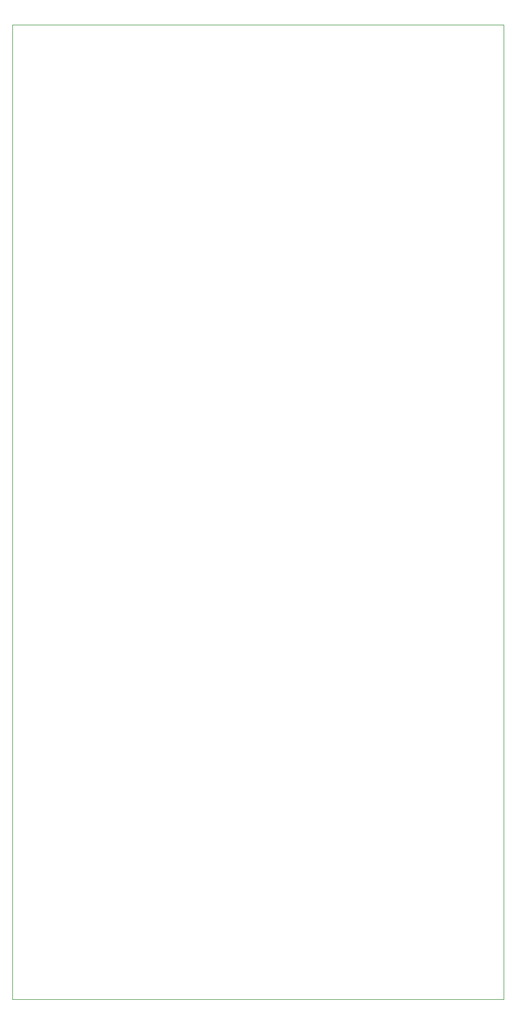
<source format=gbr>
%TF.GenerationSoftware,KiCad,Pcbnew,7.0.6-0*%
%TF.CreationDate,2023-08-04T10:28:54-07:00*%
%TF.ProjectId,V503,56353033-2e6b-4696-9361-645f70636258,rev?*%
%TF.SameCoordinates,Original*%
%TF.FileFunction,Profile,NP*%
%FSLAX46Y46*%
G04 Gerber Fmt 4.6, Leading zero omitted, Abs format (unit mm)*
G04 Created by KiCad (PCBNEW 7.0.6-0) date 2023-08-04 10:28:54*
%MOMM*%
%LPD*%
G01*
G04 APERTURE LIST*
%TA.AperFunction,Profile*%
%ADD10C,0.100000*%
%TD*%
G04 APERTURE END LIST*
D10*
X34163000Y-28067000D02*
X111506000Y-28067000D01*
X111506000Y-181483000D01*
X34163000Y-181483000D01*
X34163000Y-28067000D01*
M02*

</source>
